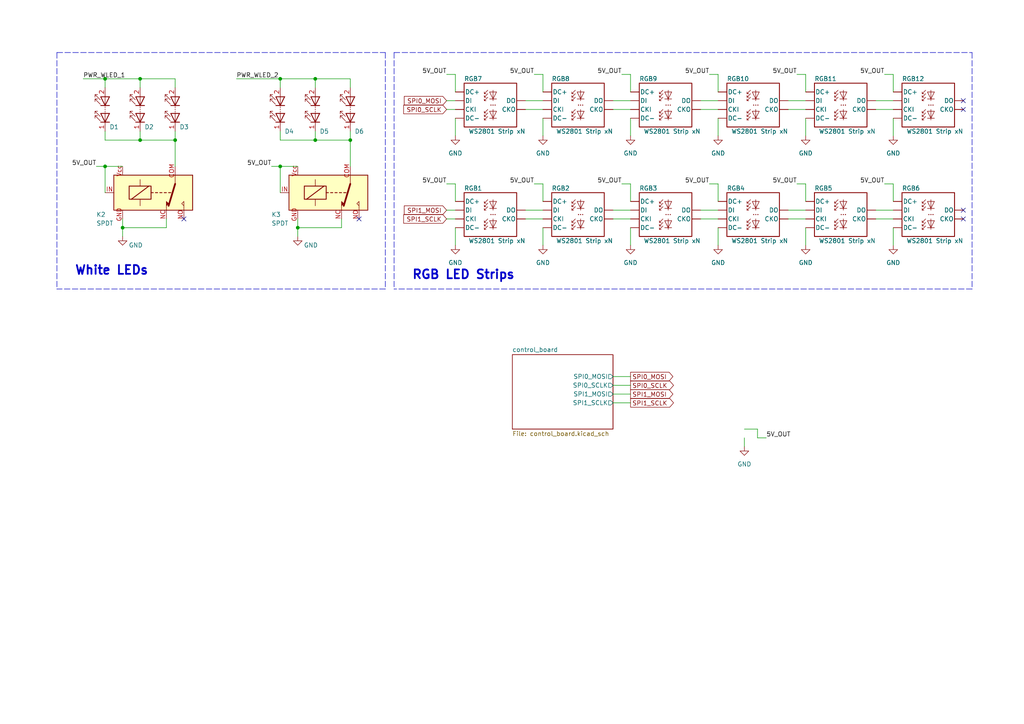
<source format=kicad_sch>
(kicad_sch (version 20230121) (generator eeschema)
  (paper "A4")
  (lib_symbols
    (symbol "Connector:Conn_WallPlug" (pin_names (offset 0))
      (property "Reference" "P" (at -1.27 4.445 0))
      (property "Value" "Conn_WallPlug" (at -5.715 0 90))
      (symbol "Conn_WallPlug_0_1"
        (arc (start -3.175 -3.81) (mid 0.6184 0) (end -3.175 3.81) (stroke (width 0.254)) (fill (type background)))
        (polyline (pts (xy -4.445 -2.54) (xy -0.635 -2.54)) (stroke (width 0.508)))
        (polyline (pts (xy -4.445 2.54) (xy -0.635 2.54)) (stroke (width 0.508)))
        (polyline (pts (xy -3.175 -3.81) (xy -3.175 3.81)) (stroke (width 0.254)))
        (polyline (pts (xy -0.635 -2.54) (xy 2.54 -2.54)))
        (polyline (pts (xy -0.635 2.54) (xy 2.54 2.54)))
      )
      (symbol "Conn_WallPlug_1_1"
        (pin power_out line (at 5.08 2.54 180) (length 5.08) (name "AC_P") (number "1"))
        (pin power_out line (at 5.08 -2.54 180) (length 5.08) (name "AC_N") (number "2"))
      )
    )
    (symbol "Connector_Generic:Conn_01x01" (pin_names (offset 1.016) hide)
      (property "Reference" "J" (at 0 2.54 0))
      (property "Value" "Conn_01x01" (at 0 -2.54 0))
      (symbol "Conn_01x01_1_1"
        (rectangle (start -1.27 0.127) (end 0 -0.127) (stroke (width 0.1524)))
        (rectangle (start -1.27 1.27) (end 1.27 -1.27) (stroke (width 0.254)) (fill (type background)))
        (pin passive line (at -5.08 0 0) (length 3.81) (name "Pin_1") (number "1"))
      )
    )
    (symbol "Converter_ACDC:HLK-PM01"
      (property "Reference" "PS" (at 0 5.08 0))
      (property "Value" "HLK-PM01" (at 0 -5.08 0))
      (symbol "HLK-PM01_0_1"
        (rectangle (start -7.62 3.81) (end 7.62 -3.81) (stroke (width 0.254)) (fill (type background)))
        (arc (start -5.334 0.635) (mid -4.699 0.2495) (end -4.064 0.635))
        (arc (start -2.794 0.635) (mid -3.429 1.0072) (end -4.064 0.635))
        (polyline (pts (xy -5.334 -0.635) (xy -2.794 -0.635)))
        (polyline (pts (xy 0 -2.54) (xy 0 -3.175)))
        (polyline (pts (xy 0 -1.27) (xy 0 -1.905)))
        (polyline (pts (xy 0 0) (xy 0 -0.635)))
        (polyline (pts (xy 0 1.27) (xy 0 0.635)))
        (polyline (pts (xy 0 2.54) (xy 0 1.905)))
        (polyline (pts (xy 0 3.81) (xy 0 3.175)))
        (polyline (pts (xy 2.794 -0.635) (xy 5.334 -0.635)))
        (polyline (pts (xy 2.794 0.635) (xy 3.302 0.635)))
        (polyline (pts (xy 3.81 0.635) (xy 4.318 0.635)))
        (polyline (pts (xy 4.826 0.635) (xy 5.334 0.635)))
      )
      (symbol "HLK-PM01_1_1"
        (pin power_in line (at -10.16 2.54 0) (length 2.54) (name "AC/L") (number "1"))
        (pin power_in line (at -10.16 -2.54 0) (length 2.54) (name "AC/N") (number "2"))
        (pin power_out line (at 10.16 -2.54 180) (length 2.54) (name "-Vout") (number "3"))
        (pin power_out line (at 10.16 2.54 180) (length 2.54) (name "+Vout") (number "4"))
      )
    )
    (symbol "Converter_ACDC:HLK-PM24"
      (property "Reference" "PS" (at 0 5.08 0))
      (property "Value" "HLK-PM24" (at 0 -5.08 0))
      (symbol "HLK-PM24_0_1"
        (rectangle (start -7.62 3.81) (end 7.62 -3.81) (stroke (width 0.254)) (fill (type background)))
        (arc (start -5.334 0.635) (mid -4.699 0.2495) (end -4.064 0.635))
        (arc (start -2.794 0.635) (mid -3.429 1.0072) (end -4.064 0.635))
        (polyline (pts (xy -5.334 -0.635) (xy -2.794 -0.635)))
        (polyline (pts (xy 0 -2.54) (xy 0 -3.175)))
        (polyline (pts (xy 0 -1.27) (xy 0 -1.905)))
        (polyline (pts (xy 0 0) (xy 0 -0.635)))
        (polyline (pts (xy 0 1.27) (xy 0 0.635)))
        (polyline (pts (xy 0 2.54) (xy 0 1.905)))
        (polyline (pts (xy 0 3.81) (xy 0 3.175)))
        (polyline (pts (xy 2.794 -0.635) (xy 5.334 -0.635)))
        (polyline (pts (xy 2.794 0.635) (xy 3.302 0.635)))
        (polyline (pts (xy 3.81 0.635) (xy 4.318 0.635)))
        (polyline (pts (xy 4.826 0.635) (xy 5.334 0.635)))
      )
      (symbol "HLK-PM24_1_1"
        (pin power_in line (at -10.16 2.54 0) (length 2.54) (name "AC/L") (number "1"))
        (pin power_in line (at -10.16 -2.54 0) (length 2.54) (name "AC/N") (number "2"))
        (pin power_out line (at 10.16 -2.54 180) (length 2.54) (name "-Vout") (number "3"))
        (pin power_out line (at 10.16 2.54 180) (length 2.54) (name "+Vout") (number "4"))
      )
    )
    (symbol "Device:LED_Series" (pin_names (offset 1.016) hide)
      (property "Reference" "D" (at 0 5.715 0))
      (property "Value" "LED_Series" (at 0 3.81 0))
      (symbol "LED_Series_0_1"
        (polyline (pts (xy -3.81 0) (xy -1.016 0)))
        (polyline (pts (xy -3.683 -1.27) (xy -3.683 1.27)) (stroke (width 0.254)))
        (polyline (pts (xy -0.508 0) (xy -0.762 0)))
        (polyline (pts (xy 0.127 0) (xy -0.127 0)))
        (polyline (pts (xy 0.508 0) (xy 0.762 0)))
        (polyline (pts (xy 1.016 0) (xy 3.81 0)))
        (polyline (pts (xy 1.143 -1.27) (xy 1.143 1.27)) (stroke (width 0.254)))
        (polyline (pts (xy -1.143 -1.27) (xy -1.143 1.27) (xy -3.683 0) (xy -1.143 -1.27)) (stroke (width 0.254)))
        (polyline (pts (xy 3.683 -1.27) (xy 3.683 1.27) (xy 1.143 0) (xy 3.683 -1.27)) (stroke (width 0.254)))
        (polyline (pts (xy -3.302 1.397) (xy -1.778 2.921) (xy -2.54 2.921) (xy -1.778 2.921) (xy -1.778 2.159)))
        (polyline (pts (xy -2.032 1.397) (xy -0.508 2.921) (xy -1.27 2.921) (xy -0.508 2.921) (xy -0.508 2.159)))
        (polyline (pts (xy 1.524 1.397) (xy 3.048 2.921) (xy 2.286 2.921) (xy 3.048 2.921) (xy 3.048 2.159)))
        (polyline (pts (xy 2.794 1.397) (xy 4.318 2.921) (xy 3.556 2.921) (xy 4.318 2.921) (xy 4.318 2.159)))
      )
      (symbol "LED_Series_1_1"
        (pin passive line (at -6.35 0 0) (length 2.54) (name "K") (number "1"))
        (pin passive line (at 6.35 0 180) (length 2.54) (name "A") (number "2"))
      )
    )
    (symbol "power:+5V" (power) (pin_names (offset 0))
      (property "Value" "+5V" (at 0 3.556 0))
      (symbol "+5V_0_1"
        (polyline (pts (xy -0.762 1.27) (xy 0 2.54)))
        (polyline (pts (xy 0 0) (xy 0 2.54)))
        (polyline (pts (xy 0 2.54) (xy 0.762 1.27)))
      )
      (symbol "+5V_1_1"
        (pin power_in line (at 0 0 90) (length 0) hide (name "+5V") (number "1"))
      )
    )
    (symbol "power:GND" (power) (pin_names (offset 0))
      (property "Value" "GND" (at 0 -3.81 0))
      (symbol "GND_0_1"
        (polyline (pts (xy 0 0) (xy 0 -1.27) (xy 1.27 -1.27) (xy 0 -2.54) (xy -1.27 -1.27) (xy 0 -1.27)))
      )
      (symbol "GND_1_1"
        (pin power_in line (at 0 0 270) (length 0) hide (name "GND") (number "1"))
      )
    )
    (symbol "vomit_light:WS2801_strip" (pin_names (offset 0.254))
      (property "Reference" "RGB" (at -10.16 -13.97 0))
      (property "Value" "WS2801 Strip xN" (at -3.81 -13.97 0))
      (symbol "WS2801_strip_0_1"
        (polyline (pts (xy -1.778 -10.668) (xy -1.27 -10.668)))
        (polyline (pts (xy -1.778 -9.652) (xy -1.27 -9.652)))
        (polyline (pts (xy -1.778 -8.636) (xy -1.27 -8.636)))
        (polyline (pts (xy -1.778 -5.08) (xy -1.27 -5.08)))
        (polyline (pts (xy -1.778 -4.064) (xy -1.27 -4.064)))
        (polyline (pts (xy -1.778 -3.048) (xy -1.27 -3.048)))
        (polyline (pts (xy 1.778 -10.16) (xy -0.254 -10.16)))
        (polyline (pts (xy 1.778 -4.572) (xy -0.254 -4.572)))
        (polyline (pts (xy -0.762 -9.652) (xy -1.778 -10.668) (xy -1.778 -10.16)))
        (polyline (pts (xy -0.762 -8.636) (xy -1.778 -9.652) (xy -1.778 -9.144)))
        (polyline (pts (xy -0.762 -7.62) (xy -1.778 -8.636) (xy -1.778 -8.128)))
        (polyline (pts (xy -0.762 -4.064) (xy -1.778 -5.08) (xy -1.778 -4.572)))
        (polyline (pts (xy -0.762 -3.048) (xy -1.778 -4.064) (xy -1.778 -3.556)))
        (polyline (pts (xy -0.762 -2.032) (xy -1.778 -3.048) (xy -1.778 -2.54)))
        (polyline (pts (xy 0.762 -7.62) (xy 0.762 -10.16) (xy 0.762 -10.668)))
        (polyline (pts (xy 0.762 -2.032) (xy 0.762 -4.572) (xy 0.762 -5.08)))
        (polyline (pts (xy 1.778 -8.128) (xy -0.254 -8.128) (xy 0.762 -10.16) (xy 1.778 -8.128)))
        (polyline (pts (xy 1.778 -2.54) (xy -0.254 -2.54) (xy 0.762 -4.572) (xy 1.778 -2.54)))
      )
      (symbol "WS2801_strip_1_1"
        (rectangle (start -7.62 0) (end 7.62 -12.7) (stroke (width 0.254)))
        (text "..." (at 0.762 -5.842 0) (effects (font (size 1.27 1.27))))
        (pin input line (at -10.16 -7.62 0) (length 2.54) (name "CKI") (number ""))
        (pin output line (at 10.16 -7.62 180) (length 2.54) (name "CKO") (number ""))
        (pin power_in line (at -10.16 -2.54 0) (length 2.54) (name "DC+") (number ""))
        (pin power_in line (at -10.16 -10.16 0) (length 2.54) (name "DC-") (number ""))
        (pin input line (at -10.16 -5.08 0) (length 2.54) (name "DI") (number ""))
        (pin output line (at 10.16 -5.08 180) (length 2.54) (name "DO") (number ""))
      )
    )
    (symbol "vomit_light:relay_mod_spdt" (pin_names (offset 0.002))
      (property "Reference" "K" (at 11.43 3.81 0))
      (property "Value" "SPDT" (at 11.43 1.27 0))
      (symbol "relay_mod_spdt_0_0"
        (polyline (pts (xy 7.62 -5.08) (xy 7.62 -2.54) (xy 6.985 -3.175) (xy 7.62 -3.81)))
      )
      (symbol "relay_mod_spdt_0_1"
        (rectangle (start -12.7 5.08) (end 10.16 -5.08) (stroke (width 0.254)) (fill (type background)))
        (rectangle (start -8.255 1.905) (end -1.905 -1.905) (stroke (width 0.254)))
        (polyline (pts (xy -7.62 -1.905) (xy -2.54 1.905)) (stroke (width 0.254)))
        (polyline (pts (xy -5.08 -3.81) (xy -5.08 -1.905)))
        (polyline (pts (xy -5.08 3.81) (xy -5.08 1.905)))
        (polyline (pts (xy -1.905 0) (xy -1.27 0)) (stroke (width 0.254)))
        (polyline (pts (xy -0.635 0) (xy 0 0)) (stroke (width 0.254)))
        (polyline (pts (xy 0.635 0) (xy 1.27 0)) (stroke (width 0.254)))
        (polyline (pts (xy 1.905 0) (xy 2.54 0)) (stroke (width 0.254)))
        (polyline (pts (xy 3.175 0) (xy 3.81 0)) (stroke (width 0.254)))
        (polyline (pts (xy 5.08 2.54) (xy 3.175 -3.81)) (stroke (width 0.508)))
        (polyline (pts (xy 5.08 2.54) (xy 5.08 5.08)))
        (polyline (pts (xy 2.54 -5.08) (xy 2.54 -2.54) (xy 3.175 -3.175) (xy 2.54 -3.81)) (fill (type outline)))
      )
      (symbol "relay_mod_spdt_1_1"
        (pin passive line (at 5.08 7.62 270) (length 2.54) (name "~") (number "COM"))
        (pin passive line (at -10.16 -7.62 90) (length 2.54) (name "~") (number "GND"))
        (pin passive line (at -15.24 0 0) (length 2.54) (name "~") (number "IN"))
        (pin passive line (at 2.54 -7.62 90) (length 2.54) (name "~") (number "NC"))
        (pin passive line (at 7.62 -7.62 90) (length 2.54) (name "~") (number "NO"))
        (pin passive line (at -10.16 7.62 270) (length 2.54) (name "~") (number "Vcc"))
      )
    )
  )
  (junction (at 81.28 48.26))
  (junction (at 40.64 40.64))
  (junction (at -146.05 104.14))
  (junction (at -135.89 104.14))
  (junction (at 101.6 40.64))
  (junction (at 40.64 22.86))
  (junction (at -132.08 99.06))
  (junction (at -142.24 99.06))
  (junction (at -53.34 104.14))
  (junction (at 91.44 22.86))
  (junction (at 35.56 66.04))
  (junction (at 81.28 22.86))
  (junction (at 50.8 40.64))
  (junction (at 91.44 40.64))
  (junction (at 30.48 48.26))
  (junction (at 86.36 66.04))
  (junction (at -53.34 101.6))
  (junction (at 30.48 22.86))
  (no_connect (at 279.4 63.5))
  (no_connect (at 53.34 63.5))
  (no_connect (at -40.64 121.92))
  (no_connect (at 104.14 63.5))
  (no_connect (at 279.4 29.21))
  (no_connect (at 279.4 60.96))
  (no_connect (at 279.4 31.75))
  (wire (pts (xy -104.14 154.94) (xy -106.68 154.94)))
  (wire (pts (xy 177.8 60.96) (xy 182.88 60.96)))
  (wire (pts (xy 259.08 71.12) (xy 259.08 66.04)))
  (polyline (pts (xy 111.76 83.82) (xy 16.51 83.82)) (stroke (width 0) (type dash)))
  (wire (pts (xy 208.28 71.12) (xy 208.28 66.04)))
  (wire (pts (xy 30.48 38.1) (xy 30.48 40.64)))
  (wire (pts (xy 259.08 21.59) (xy 259.08 26.67)))
  (wire (pts (xy 101.6 38.1) (xy 101.6 40.64)))
  (polyline (pts (xy -21.59 92.71) (xy -21.59 163.83)) (stroke (width 0) (type dash)))
  (wire (pts (xy 154.94 53.34) (xy 157.48 53.34)))
  (wire (pts (xy -76.2 104.14) (xy -53.34 104.14)))
  (polyline (pts (xy 114.3 15.24) (xy 281.94 15.24)) (stroke (width 0) (type dash)))
  (wire (pts (xy -132.08 124.46) (xy -127 124.46)))
  (wire (pts (xy -142.24 99.06) (xy -132.08 99.06)))
  (wire (pts (xy 40.64 38.1) (xy 40.64 40.64)))
  (polyline (pts (xy -21.59 163.83) (xy -162.56 163.83)) (stroke (width 0) (type dash)))
  (wire (pts (xy 228.6 29.21) (xy 233.68 29.21)))
  (wire (pts (xy -146.05 154.94) (xy -127 154.94)))
  (wire (pts (xy 152.4 60.96) (xy 157.48 60.96)))
  (polyline (pts (xy 16.51 15.24) (xy 16.51 83.82)) (stroke (width 0) (type dash)))
  (wire (pts (xy 203.2 31.75) (xy 208.28 31.75)))
  (wire (pts (xy 30.48 40.64) (xy 40.64 40.64)))
  (wire (pts (xy -132.08 99.06) (xy -127 99.06)))
  (wire (pts (xy 30.48 48.26) (xy 30.48 55.88)))
  (wire (pts (xy 81.28 40.64) (xy 91.44 40.64)))
  (wire (pts (xy 35.56 63.5) (xy 35.56 66.04)))
  (wire (pts (xy 91.44 22.86) (xy 101.6 22.86)))
  (wire (pts (xy 228.6 60.96) (xy 233.68 60.96)))
  (wire (pts (xy 182.88 71.12) (xy 182.88 66.04)))
  (polyline (pts (xy 16.51 15.24) (xy 111.76 15.24)) (stroke (width 0) (type dash)))
  (wire (pts (xy -104.14 104.14) (xy -106.68 104.14)))
  (wire (pts (xy 256.54 21.59) (xy 259.08 21.59)))
  (polyline (pts (xy -162.56 92.71) (xy -21.59 92.71)) (stroke (width 0) (type dash)))
  (wire (pts (xy 203.2 29.21) (xy 208.28 29.21)))
  (wire (pts (xy 129.54 21.59) (xy 132.08 21.59)))
  (polyline (pts (xy 281.94 15.24) (xy 281.94 83.82)) (stroke (width 0) (type dash)))
  (wire (pts (xy 91.44 22.86) (xy 91.44 25.4)))
  (wire (pts (xy -148.59 104.14) (xy -146.05 104.14)))
  (wire (pts (xy 40.64 22.86) (xy 50.8 22.86)))
  (wire (pts (xy 233.68 53.34) (xy 233.68 58.42)))
  (wire (pts (xy 231.14 21.59) (xy 233.68 21.59)))
  (wire (pts (xy -142.24 99.06) (xy -142.24 149.86)))
  (wire (pts (xy 177.8 63.5) (xy 182.88 63.5)))
  (wire (pts (xy 48.26 63.5) (xy 48.26 66.04)))
  (wire (pts (xy 129.54 63.5) (xy 132.08 63.5)))
  (wire (pts (xy 208.28 21.59) (xy 208.28 26.67)))
  (wire (pts (xy 68.58 22.86) (xy 81.28 22.86)))
  (wire (pts (xy -53.34 124.46) (xy -53.34 121.92)))
  (wire (pts (xy -104.14 104.14) (xy -104.14 106.68)))
  (wire (pts (xy 30.48 22.86) (xy 30.48 25.4)))
  (wire (pts (xy 129.54 29.21) (xy 132.08 29.21)))
  (wire (pts (xy -53.34 99.06) (xy -53.34 101.6)))
  (wire (pts (xy 182.88 53.34) (xy 182.88 58.42)))
  (wire (pts (xy -38.1 101.6) (xy -38.1 106.68)))
  (wire (pts (xy 256.54 53.34) (xy 259.08 53.34)))
  (wire (pts (xy -142.24 149.86) (xy -127 149.86)))
  (wire (pts (xy 208.28 53.34) (xy 208.28 58.42)))
  (polyline (pts (xy -162.56 92.71) (xy -162.56 163.83)) (stroke (width 0) (type dash)))
  (wire (pts (xy 132.08 21.59) (xy 132.08 26.67)))
  (wire (pts (xy 101.6 40.64) (xy 101.6 48.26)))
  (wire (pts (xy 86.36 66.04) (xy 86.36 68.58)))
  (wire (pts (xy 40.64 22.86) (xy 40.64 25.4)))
  (wire (pts (xy 254 60.96) (xy 259.08 60.96)))
  (wire (pts (xy 259.08 39.37) (xy 259.08 34.29)))
  (wire (pts (xy 30.48 48.26) (xy 35.56 48.26)))
  (wire (pts (xy 231.14 53.34) (xy 233.68 53.34)))
  (wire (pts (xy -104.14 129.54) (xy -106.68 129.54)))
  (wire (pts (xy -146.05 104.14) (xy -146.05 154.94)))
  (wire (pts (xy 180.34 53.34) (xy 182.88 53.34)))
  (wire (pts (xy 177.8 116.84) (xy 182.88 116.84)))
  (wire (pts (xy 215.9 129.54) (xy 215.9 127)))
  (wire (pts (xy 157.48 71.12) (xy 157.48 66.04)))
  (wire (pts (xy 91.44 38.1) (xy 91.44 40.64)))
  (wire (pts (xy -104.14 132.08) (xy -104.14 129.54)))
  (wire (pts (xy 177.8 109.22) (xy 182.88 109.22)))
  (wire (pts (xy 81.28 48.26) (xy 81.28 55.88)))
  (wire (pts (xy 27.94 48.26) (xy 30.48 48.26)))
  (wire (pts (xy 177.8 114.3) (xy 182.88 114.3)))
  (wire (pts (xy 228.6 63.5) (xy 233.68 63.5)))
  (wire (pts (xy 81.28 38.1) (xy 81.28 40.64)))
  (wire (pts (xy 233.68 39.37) (xy 233.68 34.29)))
  (wire (pts (xy 157.48 21.59) (xy 157.48 26.67)))
  (wire (pts (xy -148.59 99.06) (xy -142.24 99.06)))
  (wire (pts (xy 219.71 127) (xy 219.71 124.46)))
  (wire (pts (xy 203.2 63.5) (xy 208.28 63.5)))
  (wire (pts (xy 233.68 21.59) (xy 233.68 26.67)))
  (wire (pts (xy 99.06 66.04) (xy 86.36 66.04)))
  (wire (pts (xy 203.2 60.96) (xy 208.28 60.96)))
  (wire (pts (xy -106.68 99.06) (xy -104.14 99.06)))
  (wire (pts (xy 101.6 25.4) (xy 101.6 22.86)))
  (wire (pts (xy -132.08 99.06) (xy -132.08 124.46)))
  (polyline (pts (xy 111.76 15.24) (xy 111.76 83.82)) (stroke (width 0) (type dash)))
  (wire (pts (xy -53.34 101.6) (xy -53.34 104.14)))
  (wire (pts (xy 157.48 39.37) (xy 157.48 34.29)))
  (wire (pts (xy 48.26 66.04) (xy 35.56 66.04)))
  (wire (pts (xy 132.08 71.12) (xy 132.08 66.04)))
  (polyline (pts (xy 281.94 83.82) (xy 114.3 83.82)) (stroke (width 0) (type dash)))
  (wire (pts (xy 81.28 22.86) (xy 81.28 25.4)))
  (wire (pts (xy 129.54 53.34) (xy 132.08 53.34)))
  (wire (pts (xy 254 29.21) (xy 259.08 29.21)))
  (polyline (pts (xy 449.58 74.93) (xy 449.58 143.51)) (stroke (width 0) (type dash)))
  (polyline (pts (xy 354.33 74.93) (xy 354.33 143.51)) (stroke (width 0) (type dash)))
  (wire (pts (xy -135.89 129.54) (xy -127 129.54)))
  (wire (pts (xy 30.48 22.86) (xy 40.64 22.86)))
  (wire (pts (xy 50.8 38.1) (xy 50.8 40.64)))
  (wire (pts (xy 154.94 21.59) (xy 157.48 21.59)))
  (wire (pts (xy 254 63.5) (xy 259.08 63.5)))
  (wire (pts (xy 50.8 40.64) (xy 50.8 48.26)))
  (wire (pts (xy 205.74 21.59) (xy 208.28 21.59)))
  (wire (pts (xy 208.28 39.37) (xy 208.28 34.29)))
  (polyline (pts (xy 354.33 74.93) (xy 449.58 74.93)) (stroke (width 0) (type dash)))
  (wire (pts (xy 35.56 66.04) (xy 35.56 68.58)))
  (wire (pts (xy 177.8 31.75) (xy 182.88 31.75)))
  (wire (pts (xy -146.05 104.14) (xy -135.89 104.14)))
  (wire (pts (xy 254 31.75) (xy 259.08 31.75)))
  (wire (pts (xy 180.34 21.59) (xy 182.88 21.59)))
  (wire (pts (xy 24.13 22.86) (xy 30.48 22.86)))
  (wire (pts (xy -104.14 157.48) (xy -104.14 154.94)))
  (wire (pts (xy 228.6 31.75) (xy 233.68 31.75)))
  (wire (pts (xy 86.36 63.5) (xy 86.36 66.04)))
  (wire (pts (xy 177.8 111.76) (xy 182.88 111.76)))
  (wire (pts (xy -53.34 101.6) (xy -38.1 101.6)))
  (wire (pts (xy 152.4 29.21) (xy 157.48 29.21)))
  (wire (pts (xy 129.54 31.75) (xy 132.08 31.75)))
  (wire (pts (xy 177.8 29.21) (xy 182.88 29.21)))
  (wire (pts (xy 40.64 40.64) (xy 50.8 40.64)))
  (wire (pts (xy 132.08 39.37) (xy 132.08 34.29)))
  (wire (pts (xy 222.25 127) (xy 219.71 127)))
  (wire (pts (xy -104.14 124.46) (xy -106.68 124.46)))
  (wire (pts (xy 205.74 53.34) (xy 208.28 53.34)))
  (wire (pts (xy 78.74 48.26) (xy 81.28 48.26)))
  (wire (pts (xy 81.28 48.26) (xy 86.36 48.26)))
  (wire (pts (xy -135.89 104.14) (xy -135.89 129.54)))
  (wire (pts (xy 152.4 63.5) (xy 157.48 63.5)))
  (wire (pts (xy 152.4 31.75) (xy 157.48 31.75)))
  (wire (pts (xy 81.28 22.86) (xy 91.44 22.86)))
  (wire (pts (xy 182.88 39.37) (xy 182.88 34.29)))
  (wire (pts (xy 99.06 63.5) (xy 99.06 66.04)))
  (wire (pts (xy 233.68 71.12) (xy 233.68 66.04)))
  (wire (pts (xy 215.9 124.46) (xy 219.71 124.46)))
  (wire (pts (xy 91.44 40.64) (xy 101.6 40.64)))
  (wire (pts (xy -104.14 149.86) (xy -106.68 149.86)))
  (wire (pts (xy -53.34 104.14) (xy -53.34 106.68)))
  (polyline (pts (xy 114.3 15.24) (xy 114.3 83.82)) (stroke (width 0) (type dash)))
  (wire (pts (xy -76.2 114.3) (xy -58.42 114.3)))
  (wire (pts (xy 50.8 25.4) (xy 50.8 22.86)))
  (wire (pts (xy -35.56 121.92) (xy -30.48 121.92)))
  (wire (pts (xy 129.54 60.96) (xy 132.08 60.96)))
  (wire (pts (xy 132.08 53.34) (xy 132.08 58.42)))
  (polyline (pts (xy 449.58 143.51) (xy 354.33 143.51)) (stroke (width 0) (type dash)))
  (wire (pts (xy -135.89 104.14) (xy -127 104.14)))
  (wire (pts (xy 259.08 53.34) (xy 259.08 58.42)))
  (wire (pts (xy 157.48 53.34) (xy 157.48 58.42)))
  (wire (pts (xy 182.88 21.59) (xy 182.88 26.67)))
  (text "White LEDs" (at 21.59 80.01 0) (effects (font (size 2.54 2.54) (thickness 0.508) bold) (justify left bottom)))
  (text "Controller" (at 359.41 139.7 0) (effects (font (size 2.54 2.54) (thickness 0.508) bold) (justify left bottom)))
  (text "Power Supplies" (at -158.75 161.29 0) (effects (font (size 2.54 2.54) (thickness 0.508) bold) (justify left bottom)))
  (text "RGB LED Strips" (at 119.38 81.28 0) (effects (font (size 2.54 2.54) (thickness 0.508) bold) (justify left bottom)))
  (label "AC_N" (at -140.97 104.14 0))
  (label "PWR_WLED_2" (at 68.58 22.86 0))
  (label "5V_OUT" (at 256.54 21.59 180))
  (label "5V_OUT" (at 231.14 53.34 180))
  (label "PWR_WLED_1" (at 24.13 22.86 0))
  (label "5V_OUT" (at 78.74 48.26 180))
  (label "5V_OUT" (at 180.34 53.34 180))
  (label "PWR_WLED_2" (at -104.14 149.86 0))
  (label "5V_OUT" (at -30.48 121.92 0))
  (label "5V_OUT" (at 154.94 53.34 180))
  (label "5V_OUT" (at 205.74 53.34 180))
  (label "5V_OUT" (at 154.94 21.59 180))
  (label "5V_OUT" (at 129.54 21.59 180))
  (label "5V_OUT" (at 222.25 127 0))
  (label "5V_OUT" (at 129.54 53.34 180))
  (label "RELAY_9_SEND" (at -76.2 104.14 0))
  (label "5V_OUT" (at 205.74 21.59 180))
  (label "PWR_WLED_1" (at -104.14 124.46 0))
  (label "5V_OUT" (at 180.34 21.59 180))
  (label "5V_OUT" (at 256.54 53.34 180))
  (label "5V_OUT" (at 27.94 48.26 180))
  (label "5V_OUT" (at 231.14 21.59 180))
  (label "RELAY_9_RETURN" (at -76.2 114.3 0))
  (label "AC_L" (at -140.97 99.06 0))
  (global_label "SPI1_MOSI" (shape output) (at 182.88 114.3 0) (property "Intersheetrefs" "${INTERSHEET_REFS}" (effects hide)))
  (global_label "SPI0_SCLK" (shape input) (at 129.54 31.75 180) (property "Intersheetrefs" "${INTERSHEET_REFS}" (effects hide)))
  (global_label "SPI1_MOSI" (shape input) (at 129.54 60.96 180) (property "Intersheetrefs" "${INTERSHEET_REFS}" (effects hide)))
  (global_label "SPI1_SCLK" (shape input) (at 129.54 63.5 180) (property "Intersheetrefs" "${INTERSHEET_REFS}" (effects hide)))
  (global_label "SPI0_MOSI" (shape output) (at 182.88 109.22 0) (property "Intersheetrefs" "${INTERSHEET_REFS}" (effects hide)))
  (global_label "SPI0_MOSI" (shape input) (at 129.54 29.21 180) (property "Intersheetrefs" "${INTERSHEET_REFS}" (effects hide)))
  (global_label "SPI0_SCLK" (shape output) (at 182.88 111.76 0) (property "Intersheetrefs" "${INTERSHEET_REFS}" (effects hide)))
  (global_label "SPI1_SCLK" (shape output) (at 182.88 116.84 0) (property "Intersheetrefs" "${INTERSHEET_REFS}" (effects hide)))
  (symbol (lib_id "Device:LED_Series") (at 40.64 31.75 90) (unit 1) (on_board no)
    (property "Reference" "D2" (at 41.91 36.83 90) (effects (justify right)))
    (property "Value" "White_LEDs" (effects hide))
  )
  (symbol (lib_id "power:GND") (at 132.08 71.12 0) (unit 1)
    (property "Reference" "#PWR09" (effects hide))
    (property "Value" "GND" (at 132.08 76.2 0))
  )
  (symbol (lib_id "power:GND") (at 182.88 39.37 0) (unit 1)
    (property "Reference" "#PWR017" (effects hide))
    (property "Value" "GND" (at 182.88 44.45 0))
  )
  (symbol (lib_id "Connector_Generic:Conn_01x01") (at -81.28 114.3 180) (unit 1)
    (property "Reference" "J2" (at -81.28 111.76 0))
    (property "Value" "Wire" (at -81.28 116.84 0))
  )
  (symbol (lib_id "Device:LED_Series") (at 101.6 31.75 90) (unit 1)
    (property "Reference" "D6" (at 102.87 38.1 90) (effects (justify right)))
    (property "Value" "White_LEDs" (effects hide))
  )
  (symbol (lib_id "power:+5V") (at -104.14 99.06 0) (unit 1)
    (property "Reference" "#PWR02" (effects hide))
    (property "Value" "+5V" (at -104.14 95.25 0))
  )
  (symbol (lib_id "vomit_light:WS2801_strip") (at 167.64 24.13 0) (unit 1) (on_board no)
    (property "Reference" "RGB8" (at 160.02 22.86 0) (effects (justify left)))
    (property "Value" "WS2801 Strip xN" (at 161.29 38.1 0) (effects (justify left)))
  )
  (symbol (lib_id "vomit_light:WS2801_strip") (at 218.44 24.13 0) (unit 1) (on_board no)
    (property "Reference" "RGB10" (at 210.82 22.86 0) (effects (justify left)))
    (property "Value" "WS2801 Strip xN" (at 212.09 38.1 0) (effects (justify left)))
  )
  (symbol (lib_id "power:GND") (at 233.68 39.37 0) (unit 1)
    (property "Reference" "#PWR019" (effects hide))
    (property "Value" "GND" (at 233.68 44.45 0))
  )
  (symbol (lib_id "Device:LED_Series") (at 81.28 31.75 90) (unit 1)
    (property "Reference" "D4" (at 82.55 38.1 90) (effects (justify right)))
    (property "Value" "White_LEDs" (effects hide))
  )
  (symbol (lib_id "power:GND") (at -104.14 157.48 0) (unit 1)
    (property "Reference" "#PWR08" (effects hide))
    (property "Value" "GND" (at -104.14 161.29 0))
  )
  (symbol (lib_id "vomit_light:WS2801_strip") (at 243.84 24.13 0) (unit 1) (on_board no)
    (property "Reference" "RGB11" (at 236.22 22.86 0) (effects (justify left)))
    (property "Value" "WS2801 Strip xN" (at 237.49 38.1 0) (effects (justify left)))
  )
  (symbol (lib_id "vomit_light:relay_mod_spdt") (at -43.18 114.3 0) (unit 1)
    (property "Reference" "K1" (at -31.75 113.665 0) (effects (justify left)))
    (property "Value" "SPDT" (at -31.75 116.205 0) (effects (justify left)))
  )
  (symbol (lib_id "vomit_light:WS2801_strip") (at 142.24 55.88 0) (unit 1) (on_board no)
    (property "Reference" "RGB1" (at 134.62 54.61 0) (effects (justify left)))
    (property "Value" "WS2801 Strip xN" (at 135.89 69.85 0) (effects (justify left)))
  )
  (symbol (lib_id "power:GND") (at 182.88 71.12 0) (unit 1)
    (property "Reference" "#PWR011" (effects hide))
    (property "Value" "GND" (at 182.88 76.2 0))
  )
  (symbol (lib_id "vomit_light:WS2801_strip") (at 269.24 24.13 0) (unit 1) (on_board no)
    (property "Reference" "RGB12" (at 261.62 22.86 0) (effects (justify left)))
    (property "Value" "WS2801 Strip xN" (at 262.89 38.1 0) (effects (justify left)))
  )
  (symbol (lib_id "power:GND") (at 233.68 71.12 0) (unit 1)
    (property "Reference" "#PWR013" (effects hide))
    (property "Value" "GND" (at 233.68 76.2 0))
  )
  (symbol (lib_id "vomit_light:WS2801_strip") (at 218.44 55.88 0) (unit 1)
    (property "Reference" "RGB4" (at 210.82 54.61 0) (effects (justify left)))
    (property "Value" "WS2801 Strip xN" (at 212.09 69.85 0) (effects (justify left)))
  )
  (symbol (lib_id "power:GND") (at 157.48 39.37 0) (unit 1)
    (property "Reference" "#PWR016" (effects hide))
    (property "Value" "GND" (at 157.48 44.45 0))
  )
  (symbol (lib_id "Device:LED_Series") (at 91.44 31.75 90) (unit 1)
    (property "Reference" "D5" (at 92.71 38.1 90) (effects (justify right)))
    (property "Value" "White_LEDs" (effects hide))
  )
  (symbol (lib_id "vomit_light:relay_mod_spdt") (at 96.52 55.88 0) (unit 1) (on_board no)
    (property "Reference" "K3" (at 78.74 62.23 0) (effects (justify left)))
    (property "Value" "SPDT" (at 78.74 64.77 0) (effects (justify left)))
  )
  (symbol (lib_id "vomit_light:WS2801_strip") (at 167.64 55.88 0) (unit 1)
    (property "Reference" "RGB2" (at 160.02 54.61 0) (effects (justify left)))
    (property "Value" "WS2801 Strip xN" (at 161.29 69.85 0) (effects (justify left)))
  )
  (symbol (lib_id "Converter_ACDC:HLK-PM01") (at -116.84 152.4 0) (unit 1)
    (property "Reference" "PS3" (at -121.92 157.48 0))
    (property "Value" "24VDC" (at -113.03 157.48 0))
    (property "Footprint" "Converter_ACDC:Converter_ACDC_HiLink_HLK-PMxx" (effects hide))
    (property "Datasheet" "http://www.hlktech.net/product_detail.php?ProId=54" (effects hide))
  )
  (symbol (lib_id "power:GND") (at -104.14 106.68 0) (unit 1)
    (property "Reference" "#PWR01" (effects hide))
    (property "Value" "GND" (at -104.14 110.49 0))
  )
  (symbol (lib_id "vomit_light:relay_mod_spdt") (at 45.72 55.88 0) (unit 1) (on_board no)
    (property "Reference" "K2" (at 27.94 62.23 0) (effects (justify left)))
    (property "Value" "SPDT" (at 27.94 64.77 0) (effects (justify left)))
  )
  (symbol (lib_id "vomit_light:WS2801_strip") (at 142.24 24.13 0) (unit 1) (on_board no)
    (property "Reference" "RGB7" (at 134.62 22.86 0) (effects (justify left)))
    (property "Value" "WS2801 Strip xN" (at 135.89 38.1 0) (effects (justify left)))
  )
  (symbol (lib_id "power:GND") (at 157.48 71.12 0) (unit 1)
    (property "Reference" "#PWR010" (effects hide))
    (property "Value" "GND" (at 157.48 76.2 0))
  )
  (symbol (lib_id "power:GND") (at 35.56 68.58 0) (unit 1)
    (property "Reference" "#PWR05" (effects hide))
    (property "Value" "GND" (at 39.37 71.12 0))
  )
  (symbol (lib_id "Connector:Conn_WallPlug") (at -153.67 101.6 0) (unit 1)
    (property "Reference" "P1" (at -158.75 106.68 0))
    (property "Value" "Conn_WallPlug" (at -153.67 109.22 0))
  )
  (symbol (lib_id "power:GND") (at 208.28 71.12 0) (unit 1)
    (property "Reference" "#PWR012" (effects hide))
    (property "Value" "GND" (at 208.28 76.2 0))
  )
  (symbol (lib_id "power:GND") (at -104.14 132.08 0) (unit 1)
    (property "Reference" "#PWR06" (effects hide))
    (property "Value" "GND" (at -104.14 135.89 0))
  )
  (symbol (lib_id "Device:LED_Series") (at 30.48 31.75 90) (unit 1) (on_board no)
    (property "Reference" "D1" (at 31.75 36.83 90) (effects (justify right)))
    (property "Value" "White_LEDs" (effects hide))
  )
  (symbol (lib_id "vomit_light:WS2801_strip") (at 269.24 55.88 0) (unit 1)
    (property "Reference" "RGB6" (at 261.62 54.61 0) (effects (justify left)))
    (property "Value" "WS2801 Strip xN" (at 262.89 69.85 0) (effects (justify left)))
  )
  (symbol (lib_id "Device:LED_Series") (at 50.8 31.75 90) (unit 1) (on_board no)
    (property "Reference" "D3" (at 52.07 36.83 90) (effects (justify right)))
    (property "Value" "White_LEDs" (effects hide))
  )
  (symbol (lib_id "power:GND") (at 215.9 129.54 0) (unit 1)
    (property "Reference" "#PWR021" (effects hide))
    (property "Value" "GND" (at 215.9 134.62 0))
  )
  (symbol (lib_id "vomit_light:WS2801_strip") (at 193.04 24.13 0) (unit 1) (on_board no)
    (property "Reference" "RGB9" (at 185.42 22.86 0) (effects (justify left)))
    (property "Value" "WS2801 Strip xN" (at 186.69 38.1 0) (effects (justify left)))
  )
  (symbol (lib_id "Converter_ACDC:HLK-PM24") (at -116.84 101.6 0) (unit 1)
    (property "Reference" "PS1" (at -121.92 106.68 0))
    (property "Value" "5VDC" (at -111.76 106.68 0))
    (property "Footprint" "Converter_ACDC:Converter_ACDC_HiLink_HLK-PMxx" (effects hide))
    (property "Datasheet" "http://www.hlktech.net/product_detail.php?ProId=81" (effects hide))
  )
  (symbol (lib_id "Connector_Generic:Conn_01x01") (at -81.28 104.14 180) (unit 1)
    (property "Reference" "J1" (at -81.28 101.6 0))
    (property "Value" "Wire" (at -81.28 106.68 0))
  )
  (symbol (lib_id "power:GND") (at 259.08 39.37 0) (unit 1)
    (property "Reference" "#PWR020" (effects hide))
    (property "Value" "GND" (at 259.08 44.45 0))
  )
  (symbol (lib_id "power:GND") (at 208.28 39.37 0) (unit 1)
    (property "Reference" "#PWR018" (effects hide))
    (property "Value" "GND" (at 208.28 44.45 0))
  )
  (symbol (lib_id "power:GND") (at 86.36 68.58 0) (unit 1)
    (property "Reference" "#PWR07" (effects hide))
    (property "Value" "GND" (at 90.17 71.12 0))
  )
  (symbol (lib_id "power:+5V") (at -53.34 99.06 0) (unit 1)
    (property "Reference" "#PWR04" (effects hide))
    (property "Value" "+5V" (at -53.34 95.25 0))
  )
  (symbol (lib_id "power:GND") (at 259.08 71.12 0) (unit 1)
    (property "Reference" "#PWR014" (effects hide))
    (property "Value" "GND" (at 259.08 76.2 0))
  )
  (symbol (lib_id "vomit_light:WS2801_strip") (at 193.04 55.88 0) (unit 1)
    (property "Reference" "RGB3" (at 185.42 54.61 0) (effects (justify left)))
    (property "Value" "WS2801 Strip xN" (at 186.69 69.85 0) (effects (justify left)))
  )
  (symbol (lib_id "vomit_light:WS2801_strip") (at 243.84 55.88 0) (unit 1)
    (property "Reference" "RGB5" (at 236.22 54.61 0) (effects (justify left)))
    (property "Value" "WS2801 Strip xN" (at 237.49 69.85 0) (effects (justify left)))
  )
  (symbol (lib_id "Converter_ACDC:HLK-PM24") (at -116.84 127 0) (unit 1)
    (property "Reference" "PS2" (at -121.92 132.08 0))
    (property "Value" "24VDC" (at -113.03 132.08 0))
    (property "Footprint" "Converter_ACDC:Converter_ACDC_HiLink_HLK-PMxx" (effects hide))
    (property "Datasheet" "http://www.hlktech.net/product_detail.php?ProId=81" (effects hide))
  )
  (symbol (lib_id "power:GND") (at 132.08 39.37 0) (unit 1)
    (property "Reference" "#PWR015" (effects hide))
    (property "Value" "GND" (at 132.08 44.45 0))
  )
  (symbol (lib_id "power:GND") (at -53.34 124.46 0) (unit 1)
    (property "Reference" "#PWR03" (effects hide))
    (property "Value" "GND" (at -53.34 129.54 0))
  )
  (sheet (at 148.59 102.87) (size 29.21 21.59) (stroke (width 0.1524))
    (property "Sheetname" "control_board" (at 148.59 102.1584 0) (effects (justify left bottom)))
    (property "Sheetfile" "control_board.kicad_sch" (at 148.59 125.0446 0) (effects (justify left top)))
    (pin "SPI0_MOSI" output (at 177.8 109.22 0))
    (pin "SPI0_SCLK" output (at 177.8 111.76 0))
    (pin "SPI1_MOSI" output (at 177.8 114.3 0))
    (pin "SPI1_SCLK" output (at 177.8 116.84 0))
  )
)
</source>
